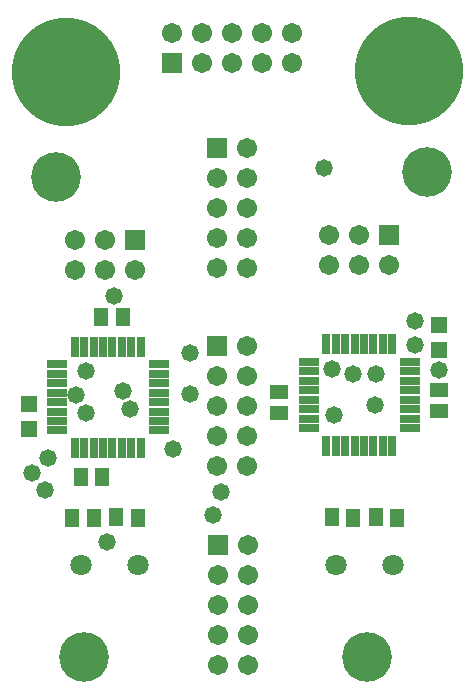
<source format=gts>
G04*
G04 #@! TF.GenerationSoftware,Altium Limited,Altium Designer,19.1.5 (86)*
G04*
G04 Layer_Color=8388736*
%FSLAX25Y25*%
%MOIN*%
G70*
G01*
G75*
%ADD15R,0.02965X0.06706*%
%ADD16R,0.06706X0.02965*%
%ADD17R,0.06706X0.02965*%
%ADD18R,0.02965X0.06706*%
%ADD19R,0.04737X0.05918*%
%ADD20R,0.05800X0.05800*%
%ADD21R,0.05918X0.04737*%
%ADD22C,0.16548*%
%ADD23C,0.36233*%
%ADD24C,0.07100*%
%ADD25R,0.06706X0.06706*%
%ADD26C,0.06706*%
%ADD27R,0.06706X0.06706*%
%ADD28C,0.05800*%
D15*
X35472Y441713D02*
D03*
X38622D02*
D03*
X41772D02*
D03*
X44921D02*
D03*
X48071D02*
D03*
X51221D02*
D03*
X54370D02*
D03*
X57520D02*
D03*
Y475571D02*
D03*
X54370D02*
D03*
X51221D02*
D03*
X48071D02*
D03*
X44921D02*
D03*
X41772D02*
D03*
X38622D02*
D03*
X35472D02*
D03*
D16*
X63425Y447618D02*
D03*
Y450768D02*
D03*
Y453917D02*
D03*
Y457067D02*
D03*
Y460217D02*
D03*
Y463366D02*
D03*
Y466516D02*
D03*
Y469665D02*
D03*
X29567D02*
D03*
Y466516D02*
D03*
Y463366D02*
D03*
Y460217D02*
D03*
Y457067D02*
D03*
Y453917D02*
D03*
Y450768D02*
D03*
Y447618D02*
D03*
D17*
X147283Y448406D02*
D03*
Y451555D02*
D03*
Y454705D02*
D03*
Y457854D02*
D03*
Y461004D02*
D03*
Y464153D02*
D03*
Y467303D02*
D03*
Y470453D02*
D03*
X113425D02*
D03*
Y467303D02*
D03*
Y464153D02*
D03*
Y461004D02*
D03*
Y457854D02*
D03*
Y454705D02*
D03*
Y451555D02*
D03*
Y448406D02*
D03*
D18*
X141378Y476358D02*
D03*
X138228D02*
D03*
X135079D02*
D03*
X131929D02*
D03*
X128779D02*
D03*
X125630D02*
D03*
X122480D02*
D03*
X119331D02*
D03*
Y442500D02*
D03*
X122480D02*
D03*
X125630D02*
D03*
X128779D02*
D03*
X131929D02*
D03*
X135079D02*
D03*
X138228D02*
D03*
X141378D02*
D03*
D19*
X56434Y418563D02*
D03*
X49387Y418602D02*
D03*
X34724Y418563D02*
D03*
X41772Y418524D02*
D03*
X142891Y418563D02*
D03*
X135844Y418602D02*
D03*
X121181D02*
D03*
X128228Y418563D02*
D03*
X51457Y485492D02*
D03*
X44409Y485532D02*
D03*
X44724Y431952D02*
D03*
X37677Y431991D02*
D03*
D20*
X20293Y456333D02*
D03*
Y447933D02*
D03*
X156929Y482874D02*
D03*
Y474474D02*
D03*
D21*
X103704Y460532D02*
D03*
X103664Y453484D02*
D03*
X157044Y461043D02*
D03*
X157005Y453996D02*
D03*
D22*
X29134Y532087D02*
D03*
X152756Y533661D02*
D03*
X38583Y372244D02*
D03*
X133071D02*
D03*
D23*
X32471Y567028D02*
D03*
X146814Y567421D02*
D03*
D24*
X141480Y402658D02*
D03*
X122480D02*
D03*
X56677Y402815D02*
D03*
X37677D02*
D03*
D25*
X55709Y511083D02*
D03*
X140354Y512894D02*
D03*
X67894Y570177D02*
D03*
D26*
X55709Y501083D02*
D03*
X45709Y511083D02*
D03*
Y501083D02*
D03*
X35709Y511083D02*
D03*
Y501083D02*
D03*
X140354Y502894D02*
D03*
X130354Y512894D02*
D03*
Y502894D02*
D03*
X120354Y512894D02*
D03*
Y502894D02*
D03*
X93110Y369551D02*
D03*
X83110D02*
D03*
X93110Y379551D02*
D03*
X83110D02*
D03*
X93110Y389551D02*
D03*
X83110D02*
D03*
X93110Y399551D02*
D03*
X83110D02*
D03*
X93110Y409551D02*
D03*
X107894Y580177D02*
D03*
Y570177D02*
D03*
X97894Y580177D02*
D03*
Y570177D02*
D03*
X87894Y580177D02*
D03*
Y570177D02*
D03*
X77894Y580177D02*
D03*
Y570177D02*
D03*
X67894Y580177D02*
D03*
X92953Y435650D02*
D03*
X82953D02*
D03*
X92953Y445650D02*
D03*
X82953D02*
D03*
X92953Y455650D02*
D03*
X82953D02*
D03*
X92953Y465650D02*
D03*
X82953D02*
D03*
X92953Y475650D02*
D03*
Y501748D02*
D03*
X82953D02*
D03*
X92953Y511748D02*
D03*
X82953D02*
D03*
X92953Y521748D02*
D03*
X82953D02*
D03*
X92953Y531748D02*
D03*
X82953D02*
D03*
X92953Y541748D02*
D03*
D27*
X83110Y409551D02*
D03*
X82953Y475650D02*
D03*
Y541748D02*
D03*
D28*
X121850Y452658D02*
D03*
X26476Y438287D02*
D03*
X21260Y433268D02*
D03*
X25689Y427658D02*
D03*
X39370Y453346D02*
D03*
X148760Y476083D02*
D03*
X156929Y467717D02*
D03*
X149055Y483957D02*
D03*
X135669Y456004D02*
D03*
X39114Y467421D02*
D03*
X36063Y459350D02*
D03*
X84390Y427067D02*
D03*
X81634Y419390D02*
D03*
X73858Y473425D02*
D03*
X46299Y410335D02*
D03*
X53878Y454626D02*
D03*
X51614Y460925D02*
D03*
X48563Y492520D02*
D03*
X73858Y459842D02*
D03*
X118445Y535138D02*
D03*
X121398Y468012D02*
D03*
X128386Y466535D02*
D03*
X135866D02*
D03*
X68150Y441535D02*
D03*
M02*

</source>
